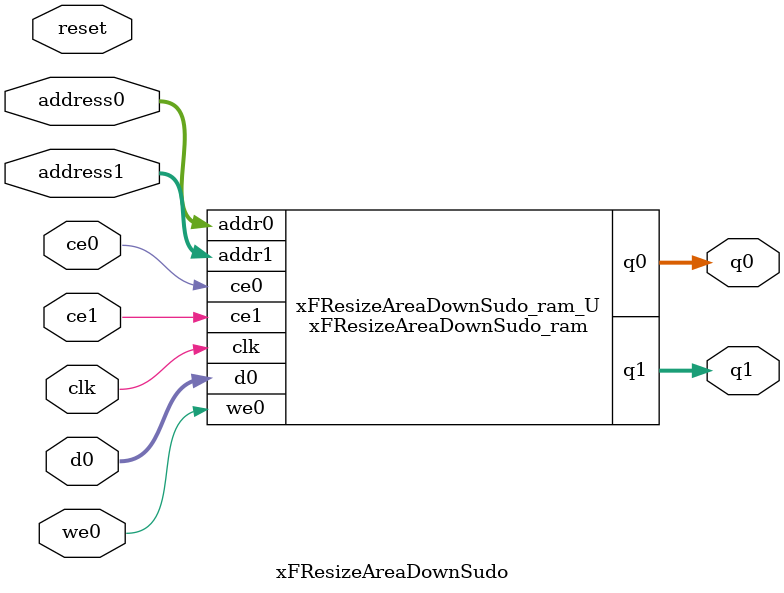
<source format=v>

`timescale 1 ns / 1 ps
module xFResizeAreaDownSudo_ram (addr0, ce0, d0, we0, q0, addr1, ce1, q1,  clk);

parameter DWIDTH = 16;
parameter AWIDTH = 11;
parameter MEM_SIZE = 1440;

input[AWIDTH-1:0] addr0;
input ce0;
input[DWIDTH-1:0] d0;
input we0;
output reg[DWIDTH-1:0] q0;
input[AWIDTH-1:0] addr1;
input ce1;
output reg[DWIDTH-1:0] q1;
input clk;

(* ram_style = "block" *)reg [DWIDTH-1:0] ram[0:MEM_SIZE-1];




always @(posedge clk)  
begin 
    if (ce0) 
    begin
        if (we0) 
        begin 
            ram[addr0] <= d0; 
            q0 <= d0;
        end 
        else 
            q0 <= ram[addr0];
    end
end


always @(posedge clk)  
begin 
    if (ce1) 
    begin
            q1 <= ram[addr1];
    end
end


endmodule


`timescale 1 ns / 1 ps
module xFResizeAreaDownSudo(
    reset,
    clk,
    address0,
    ce0,
    we0,
    d0,
    q0,
    address1,
    ce1,
    q1);

parameter DataWidth = 32'd16;
parameter AddressRange = 32'd1440;
parameter AddressWidth = 32'd11;
input reset;
input clk;
input[AddressWidth - 1:0] address0;
input ce0;
input we0;
input[DataWidth - 1:0] d0;
output[DataWidth - 1:0] q0;
input[AddressWidth - 1:0] address1;
input ce1;
output[DataWidth - 1:0] q1;



xFResizeAreaDownSudo_ram xFResizeAreaDownSudo_ram_U(
    .clk( clk ),
    .addr0( address0 ),
    .ce0( ce0 ),
    .we0( we0 ),
    .d0( d0 ),
    .q0( q0 ),
    .addr1( address1 ),
    .ce1( ce1 ),
    .q1( q1 ));

endmodule


</source>
